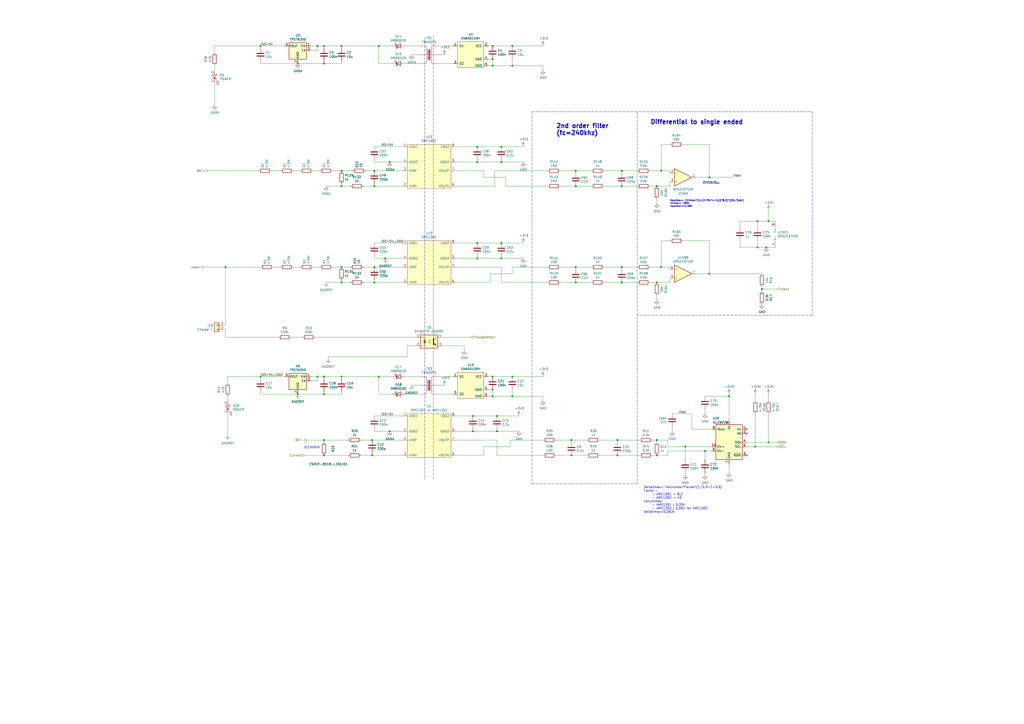
<source format=kicad_sch>
(kicad_sch (version 20250114) (generator "eeschema") (generator_version "9.0")
  (paper "A2")
  (text "Moutmax= (Vinmax*(1k/(470k*4+1k))*8.2)*(33k/5.6k)\nVinmax= 450V\nVoutmax=11.56V\n\n" (at 388.62 121.92 0) (effects (font (size 1.016 1.016) (thickness 0.2032) (bold yes)) (justify left bottom)))
  (text "0.1mOhm" (at 176.53 260.35 0) (effects (font (size 1.27 1.27)) (justify left bottom)))
  (text "note that this works\nonly for positive signals." (at 407.67 106.68 0) (effects (font (size 0.508 0.508)) (justify left bottom)))
  (text "Differential to single ended" (at 377.19 72.39 0) (effects (font (size 2.54 2.54) (thickness 0.508) (bold yes)) (justify left bottom)))
  (text "DeltaVmax= Vshuntmax*Factor*(1/3.3+1+3.3)\nFactor : \n	- AMC1301 = 8.2\n	- AMC1302 = 40\nVshuntmax:\n	- AMC1301 : 0.25V \n	- AMC1302 : 0.05V for AMC1302\nDeltaVmax=0.263V" (at 373.38 297.815 0) (effects (font (size 1.27 1.27)) (justify left bottom)))
  (text "2nd order filter\n(fc=240khz)" (at 322.58 78.74 0) (effects (font (size 2.54 2.54) (thickness 0.508) (bold yes)) (justify left bottom)))
  (junction (at 274.32 241.3))
  (junction (at 288.29 250.19))
  (junction (at 187.96 26.67))
  (junction (at 198.12 163.83))
  (junction (at 217.17 154.94))
  (junction (at 187.96 218.44))
  (junction (at 198.12 218.44))
  (junction (at 198.12 107.95))
  (junction (at 360.68 154.94))
  (junction (at 411.48 102.87))
  (junction (at 290.83 85.09))
  (junction (at 381 264.16))
  (junction (at 274.32 250.19))
  (junction (at 219.71 26.67))
  (junction (at 290.83 93.98))
  (junction (at 130.81 154.94))
  (junction (at 285.75 38.1))
  (junction (at 187.96 264.16))
  (junction (at 217.17 107.95))
  (junction (at 285.75 26.67))
  (junction (at 358.14 255.27))
  (junction (at 411.48 158.75))
  (junction (at 226.06 250.19))
  (junction (at 184.15 26.67))
  (junction (at 187.96 36.83))
  (junction (at 285.75 226.06))
  (junction (at 198.12 99.06))
  (junction (at 381 163.83))
  (junction (at 444.5 143.51))
  (junction (at 184.15 218.44))
  (junction (at 334.01 107.95))
  (junction (at 445.77 128.27))
  (junction (at 334.01 163.83))
  (junction (at 217.17 99.06))
  (junction (at 334.01 99.06))
  (junction (at 172.72 36.83))
  (junction (at 276.86 93.98))
  (junction (at 360.68 107.95))
  (junction (at 360.68 99.06))
  (junction (at 397.51 259.08))
  (junction (at 198.12 154.94))
  (junction (at 445.77 256.54))
  (junction (at 285.75 229.87))
  (junction (at 215.9 255.27))
  (junction (at 381 107.95))
  (junction (at 438.15 259.08))
  (junction (at 297.18 26.67))
  (junction (at 383.54 154.94))
  (junction (at 219.71 218.44))
  (junction (at 290.83 149.86))
  (junction (at 172.72 228.6))
  (junction (at 276.86 140.97))
  (junction (at 276.86 149.86))
  (junction (at 297.18 229.87))
  (junction (at 151.13 218.44))
  (junction (at 297.18 218.44))
  (junction (at 331.47 255.27))
  (junction (at 215.9 264.16))
  (junction (at 381 255.27))
  (junction (at 187.96 228.6))
  (junction (at 290.83 140.97))
  (junction (at 217.17 163.83))
  (junction (at 198.12 26.67))
  (junction (at 276.86 85.09))
  (junction (at 331.47 264.16))
  (junction (at 383.54 99.06))
  (junction (at 358.14 264.16))
  (junction (at 334.01 154.94))
  (junction (at 226.06 93.98))
  (junction (at 151.13 26.67))
  (junction (at 439.42 143.51))
  (junction (at 441.96 167.64))
  (junction (at 285.75 218.44))
  (junction (at 422.91 229.87))
  (junction (at 439.42 128.27))
  (junction (at 297.18 38.1))
  (junction (at 223.52 149.86))
  (junction (at 360.68 163.83))
  (junction (at 187.96 255.27))
  (junction (at 285.75 34.29))
  (junction (at 288.29 241.3))
  (junction (at 408.94 261.62))
  (no_connect (at 433.07 251.46))
  (no_connect (at 433.07 248.92))
  (no_connect (at 433.07 264.16))
  (wire (pts (xy 422.91 269.24) (xy 422.91 274.32)))
  (wire (pts (xy 389.89 240.03) (xy 401.32 240.03)))
  (wire (pts (xy 264.16 154.94) (xy 290.83 154.94)))
  (wire (pts (xy 293.37 107.95) (xy 317.5 107.95)))
  (wire (pts (xy 290.83 85.09) (xy 303.53 85.09)))
  (wire (pts (xy 264.16 107.95) (xy 287.02 107.95)))
  (wire (pts (xy 217.17 250.19) (xy 217.17 248.92)))
  (wire (pts (xy 287.02 99.06) (xy 317.5 99.06)))
  (wire (pts (xy 347.98 264.16) (xy 358.14 264.16)))
  (wire (pts (xy 445.77 240.03) (xy 445.77 256.54)))
  (wire (pts (xy 288.29 264.16) (xy 314.96 264.16)))
  (wire (pts (xy 130.81 188.595) (xy 130.81 154.94)))
  (wire (pts (xy 403.86 102.87) (xy 411.48 102.87)))
  (wire (pts (xy 381 163.83) (xy 377.19 163.83)))
  (wire (pts (xy 411.48 139.7) (xy 411.48 158.75)))
  (wire (pts (xy 288.29 241.3) (xy 300.99 241.3)))
  (wire (pts (xy 284.48 158.75) (xy 297.18 158.75)))
  (wire (pts (xy 217.17 163.83) (xy 217.17 162.56)))
  (wire (pts (xy 118.11 154.94) (xy 130.81 154.94)))
  (wire (pts (xy 276.86 93.98) (xy 290.83 93.98)))
  (wire (pts (xy 397.51 266.7) (xy 397.51 259.08)))
  (wire (pts (xy 429.26 139.7) (xy 429.26 143.51)))
  (wire (pts (xy 358.14 256.54) (xy 358.14 255.27)))
  (wire (pts (xy 198.12 219.71) (xy 198.12 218.44)))
  (wire (pts (xy 234.95 36.83) (xy 243.84 36.83)))
  (wire (pts (xy 280.67 264.16) (xy 264.16 264.16)))
  (wire (pts (xy 158.75 154.94) (xy 162.56 154.94)))
  (wire (pts (xy 132.08 240.03) (xy 132.08 252.73)))
  (wire (pts (xy 387.35 255.27) (xy 387.35 259.08)))
  (wire (pts (xy 151.13 228.6) (xy 172.72 228.6)))
  (wire (pts (xy 445.77 128.27) (xy 449.58 128.27)))
  (wire (pts (xy 342.9 163.83) (xy 334.01 163.83)))
  (wire (pts (xy 381 255.27) (xy 387.35 255.27)))
  (wire (pts (xy 334.01 156.21) (xy 334.01 154.94)))
  (wire (pts (xy 369.57 107.95) (xy 360.68 107.95)))
  (wire (pts (xy 369.57 163.83) (xy 360.68 163.83)))
  (wire (pts (xy 439.42 132.08) (xy 439.42 128.27)))
  (wire (pts (xy 217.17 93.98) (xy 217.17 92.71)))
  (wire (pts (xy 187.96 26.67) (xy 198.12 26.67)))
  (wire (pts (xy 190.5 207.01) (xy 236.22 207.01)))
  (wire (pts (xy 350.52 107.95) (xy 360.68 107.95)))
  (wire (pts (xy 408.94 261.62) (xy 412.75 261.62)))
  (wire (pts (xy 297.18 26.67) (xy 314.96 26.67)))
  (wire (pts (xy 360.68 154.94) (xy 369.57 154.94)))
  (wire (pts (xy 290.83 163.83) (xy 317.5 163.83)))
  (wire (pts (xy 331.47 256.54) (xy 331.47 255.27)))
  (wire (pts (xy 180.34 29.21) (xy 184.15 29.21)))
  (wire (pts (xy 215.9 264.16) (xy 209.55 264.16)))
  (wire (pts (xy 234.95 228.6) (xy 243.84 228.6)))
  (wire (pts (xy 236.22 200.66) (xy 236.22 207.01)))
  (wire (pts (xy 124.46 26.67) (xy 124.46 30.48)))
  (wire (pts (xy 254 36.83) (xy 262.89 36.83)))
  (wire (pts (xy 217.17 107.95) (xy 217.17 106.68)))
  (wire (pts (xy 172.72 228.6) (xy 187.96 228.6)))
  (wire (pts (xy 290.83 154.94) (xy 290.83 163.83)))
  (wire (pts (xy 293.37 102.87) (xy 293.37 107.95)))
  (wire (pts (xy 397.51 274.32) (xy 397.51 275.59)))
  (wire (pts (xy 290.83 93.98) (xy 290.83 92.71)))
  (wire (pts (xy 334.01 154.94) (xy 325.12 154.94)))
  (wire (pts (xy 264.16 140.97) (xy 276.86 140.97)))
  (wire (pts (xy 151.13 26.67) (xy 165.1 26.67)))
  (wire (pts (xy 157.48 99.06) (xy 162.56 99.06)))
  (wire (pts (xy 438.15 240.03) (xy 438.15 259.08)))
  (wire (pts (xy 370.84 264.16) (xy 358.14 264.16)))
  (wire (pts (xy 172.72 36.83) (xy 187.96 36.83)))
  (wire (pts (xy 215.9 262.89) (xy 215.9 264.16)))
  (wire (pts (xy 342.9 107.95) (xy 334.01 107.95)))
  (wire (pts (xy 401.32 240.03) (xy 401.32 248.92)))
  (wire (pts (xy 187.96 227.33) (xy 187.96 228.6)))
  (wire (pts (xy 151.13 219.71) (xy 151.13 218.44)))
  (wire (pts (xy 358.14 255.27) (xy 347.98 255.27)))
  (wire (pts (xy 340.36 264.16) (xy 331.47 264.16)))
  (wire (pts (xy 264.16 149.86) (xy 276.86 149.86)))
  (wire (pts (xy 151.13 218.44) (xy 132.08 218.44)))
  (wire (pts (xy 175.26 195.58) (xy 168.91 195.58)))
  (wire (pts (xy 288.29 250.19) (xy 300.99 250.19)))
  (wire (pts (xy 233.68 163.83) (xy 217.17 163.83)))
  (wire (pts (xy 383.54 99.06) (xy 388.62 99.06)))
  (wire (pts (xy 151.13 227.33) (xy 151.13 228.6)))
  (wire (pts (xy 130.81 154.94) (xy 151.13 154.94)))
  (wire (pts (xy 314.96 229.87) (xy 314.96 232.41)))
  (wire (pts (xy 297.18 154.94) (xy 317.5 154.94)))
  (wire (pts (xy 264.16 93.98) (xy 276.86 93.98)))
  (wire (pts (xy 285.75 26.67) (xy 297.18 26.67)))
  (wire (pts (xy 181.61 154.94) (xy 185.42 154.94)))
  (wire (pts (xy 388.62 154.94) (xy 388.62 156.21)))
  (wire (pts (xy 283.21 226.06) (xy 285.75 226.06)))
  (wire (pts (xy 187.96 256.54) (xy 187.96 255.27)))
  (wire (pts (xy 445.77 228.6) (xy 445.77 232.41)))
  (wire (pts (xy 130.81 195.58) (xy 161.29 195.58)))
  (wire (pts (xy 396.24 83.82) (xy 411.48 83.82)))
  (wire (pts (xy 273.05 195.58) (xy 256.54 195.58)))
  (wire (pts (xy 411.48 102.87) (xy 425.45 102.87)))
  (wire (pts (xy 429.26 132.08) (xy 429.26 128.27)))
  (wire (pts (xy 297.18 229.87) (xy 314.96 229.87)))
  (wire (pts (xy 383.54 154.94) (xy 388.62 154.94)))
  (wire (pts (xy 170.18 99.06) (xy 173.99 99.06)))
  (wire (pts (xy 285.75 34.29) (xy 285.75 38.1)))
  (wire (pts (xy 287.02 107.95) (xy 287.02 99.06)))
  (wire (pts (xy 383.54 83.82) (xy 383.54 99.06)))
  (wire (pts (xy 198.12 99.06) (xy 204.47 99.06)))
  (wire (pts (xy 180.34 220.98) (xy 184.15 220.98)))
  (wire (pts (xy 276.86 92.71) (xy 276.86 93.98)))
  (wire (pts (xy 283.21 34.29) (xy 285.75 34.29)))
  (wire (pts (xy 297.18 226.06) (xy 297.18 229.87)))
  (polyline (pts (xy 471.17 182.88) (xy 369.57 182.88)) (stroke (width 0) (type dash)))
  (wire (pts (xy 233.68 250.19) (xy 226.06 250.19)))
  (wire (pts (xy 227.33 36.83) (xy 219.71 36.83)))
  (wire (pts (xy 334.01 99.06) (xy 342.9 99.06)))
  (wire (pts (xy 433.07 256.54) (xy 445.77 256.54)))
  (polyline (pts (xy 369.57 64.77) (xy 369.57 280.67)) (stroke (width 0) (type dash)))
  (wire (pts (xy 388.62 163.83) (xy 381 163.83)))
  (wire (pts (xy 388.62 161.29) (xy 388.62 163.83)))
  (wire (pts (xy 290.83 93.98) (xy 303.53 93.98)))
  (wire (pts (xy 124.46 48.26) (xy 124.46 60.96)))
  (wire (pts (xy 331.47 264.16) (xy 322.58 264.16)))
  (wire (pts (xy 264.16 163.83) (xy 284.48 163.83)))
  (wire (pts (xy 187.96 219.71) (xy 187.96 218.44)))
  (wire (pts (xy 388.62 107.95) (xy 381 107.95)))
  (wire (pts (xy 198.12 26.67) (xy 219.71 26.67)))
  (wire (pts (xy 401.32 248.92) (xy 412.75 248.92)))
  (wire (pts (xy 193.04 154.94) (xy 198.12 154.94)))
  (wire (pts (xy 276.86 140.97) (xy 290.83 140.97)))
  (wire (pts (xy 285.75 229.87) (xy 283.21 229.87)))
  (wire (pts (xy 132.08 229.87) (xy 132.08 232.41)))
  (wire (pts (xy 350.52 163.83) (xy 360.68 163.83)))
  (wire (pts (xy 182.88 195.58) (xy 241.3 195.58)))
  (wire (pts (xy 180.34 26.67) (xy 184.15 26.67)))
  (wire (pts (xy 377.19 99.06) (xy 383.54 99.06)))
  (wire (pts (xy 264.16 255.27) (xy 288.29 255.27)))
  (wire (pts (xy 236.22 200.66) (xy 241.3 200.66)))
  (wire (pts (xy 297.18 38.1) (xy 314.96 38.1)))
  (wire (pts (xy 403.86 158.75) (xy 411.48 158.75)))
  (wire (pts (xy 184.15 26.67) (xy 187.96 26.67)))
  (polyline (pts (xy 246.38 21.59) (xy 246.38 278.13)) (stroke (width 0) (type dash)))
  (wire (pts (xy 217.17 163.83) (xy 210.82 163.83)))
  (wire (pts (xy 151.13 26.67) (xy 124.46 26.67)))
  (wire (pts (xy 217.17 149.86) (xy 223.52 149.86)))
  (wire (pts (xy 396.24 139.7) (xy 411.48 139.7)))
  (wire (pts (xy 381 264.16) (xy 387.35 264.16)))
  (wire (pts (xy 198.12 35.56) (xy 198.12 36.83)))
  (wire (pts (xy 422.91 228.6) (xy 422.91 229.87)))
  (wire (pts (xy 198.12 27.94) (xy 198.12 26.67)))
  (wire (pts (xy 198.12 218.44) (xy 219.71 218.44)))
  (wire (pts (xy 233.68 93.98) (xy 226.06 93.98)))
  (wire (pts (xy 198.12 154.94) (xy 203.2 154.94)))
  (wire (pts (xy 283.21 26.67) (xy 285.75 26.67)))
  (wire (pts (xy 233.68 264.16) (xy 215.9 264.16)))
  (wire (pts (xy 360.68 99.06) (xy 350.52 99.06)))
  (wire (pts (xy 151.13 35.56) (xy 151.13 36.83)))
  (wire (pts (xy 234.95 218.44) (xy 243.84 218.44)))
  (wire (pts (xy 243.84 31.75) (xy 238.76 31.75)))
  (wire (pts (xy 219.71 218.44) (xy 219.71 228.6)))
  (wire (pts (xy 408.94 229.87) (xy 422.91 229.87)))
  (wire (pts (xy 226.06 93.98) (xy 217.17 93.98)))
  (wire (pts (xy 325.12 107.95) (xy 334.01 107.95)))
  (polyline (pts (xy 471.17 64.77) (xy 471.17 182.88)) (stroke (width 0) (type dash)))
  (wire (pts (xy 387.35 259.08) (xy 397.51 259.08)))
  (wire (pts (xy 439.42 143.51) (xy 444.5 143.51)))
  (wire (pts (xy 170.18 154.94) (xy 173.99 154.94)))
  (wire (pts (xy 276.86 149.86) (xy 290.83 149.86)))
  (wire (pts (xy 210.82 154.94) (xy 217.17 154.94)))
  (wire (pts (xy 283.21 218.44) (xy 285.75 218.44)))
  (wire (pts (xy 285.75 38.1) (xy 283.21 38.1)))
  (wire (pts (xy 360.68 100.33) (xy 360.68 99.06)))
  (wire (pts (xy 445.77 256.54) (xy 450.85 256.54)))
  (wire (pts (xy 381 107.95) (xy 377.19 107.95)))
  (wire (pts (xy 439.42 139.7) (xy 439.42 143.51)))
  (wire (pts (xy 422.91 229.87) (xy 422.91 243.84)))
  (wire (pts (xy 438.15 228.6) (xy 438.15 232.41)))
  (wire (pts (xy 280.67 259.08) (xy 280.67 264.16)))
  (wire (pts (xy 388.62 83.82) (xy 383.54 83.82)))
  (wire (pts (xy 120.65 99.06) (xy 149.86 99.06)))
  (wire (pts (xy 201.93 264.16) (xy 187.96 264.16)))
  (wire (pts (xy 233.68 107.95) (xy 217.17 107.95)))
  (wire (pts (xy 411.48 83.82) (xy 411.48 102.87)))
  (wire (pts (xy 285.75 229.87) (xy 297.18 229.87)))
  (wire (pts (xy 233.68 85.09) (xy 217.17 85.09)))
  (wire (pts (xy 450.85 167.64) (xy 441.96 167.64)))
  (wire (pts (xy 274.32 250.19) (xy 288.29 250.19)))
  (wire (pts (xy 444.5 143.51) (xy 449.58 143.51)))
  (wire (pts (xy 184.15 220.98) (xy 184.15 218.44)))
  (wire (pts (xy 209.55 255.27) (xy 215.9 255.27)))
  (wire (pts (xy 243.84 223.52) (xy 238.76 223.52)))
  (wire (pts (xy 439.42 128.27) (xy 445.77 128.27)))
  (wire (pts (xy 187.96 35.56) (xy 187.96 36.83)))
  (wire (pts (xy 124.46 38.1) (xy 124.46 40.64)))
  (wire (pts (xy 325.12 163.83) (xy 334.01 163.83)))
  (wire (pts (xy 408.94 261.62) (xy 408.94 266.7)))
  (wire (pts (xy 408.94 274.32) (xy 408.94 275.59)))
  (wire (pts (xy 254 26.67) (xy 262.89 26.67)))
  (wire (pts (xy 219.71 218.44) (xy 227.33 218.44)))
  (wire (pts (xy 358.14 255.27) (xy 370.84 255.27)))
  (wire (pts (xy 314.96 255.27) (xy 295.91 255.27)))
  (wire (pts (xy 254 31.75) (xy 257.81 31.75)))
  (wire (pts (xy 429.26 143.51) (xy 439.42 143.51)))
  (wire (pts (xy 433.07 259.08) (xy 438.15 259.08)))
  (wire (pts (xy 276.86 148.59) (xy 276.86 149.86)))
  (wire (pts (xy 360.68 99.06) (xy 369.57 99.06)))
  (wire (pts (xy 429.26 128.27) (xy 439.42 128.27)))
  (wire (pts (xy 198.12 107.95) (xy 203.2 107.95)))
  (wire (pts (xy 288.29 255.27) (xy 288.29 264.16)))
  (wire (pts (xy 217.17 154.94) (xy 233.68 154.94)))
  (wire (pts (xy 219.71 26.67) (xy 219.71 36.83)))
  (wire (pts (xy 189.23 163.83) (xy 198.12 163.83)))
  (wire (pts (xy 314.96 38.1) (xy 314.96 40.64)))
  (wire (pts (xy 290.83 149.86) (xy 303.53 149.86)))
  (wire (pts (xy 227.33 228.6) (xy 219.71 228.6)))
  (wire (pts (xy 360.68 156.21) (xy 360.68 154.94)))
  (wire (pts (xy 187.96 264.16) (xy 176.53 264.16)))
  (wire (pts (xy 285.75 226.06) (xy 285.75 229.87)))
  (wire (pts (xy 274.32 241.3) (xy 288.29 241.3)))
  (wire (pts (xy 269.24 200.66) (xy 269.24 203.2)))
  (wire (pts (xy 297.18 158.75) (xy 297.18 154.94)))
  (wire (pts (xy 181.61 99.06) (xy 185.42 99.06)))
  (wire (pts (xy 264.16 99.06) (xy 280.67 99.06)))
  (wire (pts (xy 233.68 241.3) (xy 217.17 241.3)))
  (wire (pts (xy 219.71 26.67) (xy 227.33 26.67)))
  (wire (pts (xy 187.96 36.83) (xy 198.12 36.83)))
  (wire (pts (xy 177.8 255.27) (xy 187.96 255.27)))
  (wire (pts (xy 288.29 250.19) (xy 288.29 248.92)))
  (wire (pts (xy 212.09 99.06) (xy 217.17 99.06)))
  (wire (pts (xy 334.01 154.94) (xy 342.9 154.94)))
  (polyline (pts (xy 308.61 280.67) (xy 369.57 280.67)) (stroke (width 0) (type dash)))
  (wire (pts (xy 285.75 218.44) (xy 297.18 218.44)))
  (wire (pts (xy 233.68 140.97) (xy 217.17 140.97)))
  (wire (pts (xy 381 255.27) (xy 381 256.54)))
  (wire (pts (xy 388.62 105.41) (xy 388.62 107.95)))
  (polyline (pts (xy 251.46 20.32) (xy 251.46 278.13)) (stroke (width 0) (type dash)))
  (wire (pts (xy 132.08 218.44) (xy 132.08 222.25)))
  (wire (pts (xy 387.35 264.16) (xy 387.35 261.62)))
  (polyline (pts (xy 308.61 64.77) (xy 308.61 280.67)) (stroke (width 0) (type dash)))
  (wire (pts (xy 193.04 99.06) (xy 198.12 99.06)))
  (wire (pts (xy 445.77 121.92) (xy 445.77 128.27)))
  (wire (pts (xy 285.75 38.1) (xy 297.18 38.1)))
  (wire (pts (xy 190.5 207.01) (xy 190.5 208.28)))
  (wire (pts (xy 184.15 29.21) (xy 184.15 26.67)))
  (wire (pts (xy 264.16 85.09) (xy 276.86 85.09)))
  (wire (pts (xy 280.67 102.87) (xy 293.37 102.87)))
  (wire (pts (xy 217.17 107.95) (xy 210.82 107.95)))
  (wire (pts (xy 256.54 200.66) (xy 269.24 200.66)))
  (wire (pts (xy 408.94 237.49) (xy 408.94 240.03)))
  (wire (pts (xy 397.51 259.08) (xy 412.75 259.08)))
  (wire (pts (xy 198.12 163.83) (xy 198.12 162.56)))
  (wire (pts (xy 264.16 241.3) (xy 274.32 241.3)))
  (wire (pts (xy 187.96 228.6) (xy 198.12 228.6)))
  (wire (pts (xy 187.96 218.44) (xy 198.12 218.44)))
  (wire (pts (xy 151.13 36.83) (xy 172.72 36.83)))
  (wire (pts (xy 389.89 247.65) (xy 389.89 250.19)))
  (wire (pts (xy 198.12 107.95) (xy 198.12 106.68)))
  (wire (pts (xy 388.62 139.7) (xy 383.54 139.7)))
  (wire (pts (xy 295.91 255.27) (xy 295.91 259.08)))
  (wire (pts (xy 233.68 255.27) (xy 215.9 255.27)))
  (wire (pts (xy 334.01 99.06) (xy 325.12 99.06)))
  (wire (pts (xy 217.17 149.86) (xy 217.17 148.59)))
  (wire (pts (xy 198.12 227.33) (xy 198.12 228.6)))
  (wire (pts (xy 331.47 255.27) (xy 322.58 255.27)))
  (wire (pts (xy 280.67 99.06) (xy 280.67 102.87)))
  (wire (pts (xy 274.32 248.92) (xy 274.32 250.19)))
  (wire (pts (xy 130.81 191.135) (xy 130.81 195.58)))
  (wire (pts (xy 378.46 264.16) (xy 381 264.16)))
  (wire (pts (xy 254 218.44) (xy 262.89 218.44)))
  (wire (pts (xy 151.13 218.44) (xy 165.1 218.44)))
  (wire (pts (xy 254 228.6) (xy 262.89 228.6)))
  (wire (pts (xy 284.48 163.83) (xy 284.48 158.75)))
  (wire (pts (xy 290.83 140.97) (xy 303.53 140.97)))
  (wire (pts (xy 381 115.57) (xy 381 118.11)))
  (wire (pts (xy 377.19 154.94) (xy 383.54 154.94)))
  (wire (pts (xy 187.96 255.27) (xy 201.93 255.27)))
  (wire (pts (xy 360.68 154.94) (xy 350.52 154.94)))
  (wire (pts (xy 334.01 100.33) (xy 334.01 99.06)))
  (wire (pts (xy 381 171.45) (xy 381 173.99)))
  (wire (pts (xy 187.96 27.94) (xy 187.96 26.67)))
  (wire (pts (xy 264.16 250.19) (xy 274.32 250.19)))
  (wire (pts (xy 295.91 259.08) (xy 280.67 259.08)))
  (wire (pts (xy 441.96 167.64) (xy 441.96 166.37)))
  (wire (pts (xy 189.23 107.95) (xy 198.12 107.95)))
  (wire (pts (xy 223.52 149.86) (xy 233.68 149.86)))
  (wire (pts (xy 276.86 85.09) (xy 290.83 85.09)))
  (wire (pts (xy 297.18 218.44) (xy 314.96 218.44)))
  (wire (pts (xy 438.15 259.08) (xy 450.85 259.08)))
  (wire (pts (xy 151.13 27.94) (xy 151.13 26.67)))
  (wire (pts (xy 331.47 255.27) (xy 340.36 255.27)))
  (wire (pts (xy 254 223.52) (xy 257.81 223.52)))
  (wire (pts (xy 408.94 261.62) (xy 387.35 261.62)))
  (polyline (pts (xy 308.61 64.77) (xy 471.17 64.77)) (stroke (width 0) (type dash)))
  (wire (pts (xy 217.17 99.06) (xy 233.68 99.06)))
  (wire (pts (xy 441.96 168.91) (xy 441.96 167.64)))
  (wire (pts (xy 378.46 255.27) (xy 381 255.27)))
  (wire (pts (xy 184.15 218.44) (xy 187.96 218.44)))
  (wire (pts (xy 290.83 149.86) (xy 290.83 148.59)))
  (wire (pts (xy 226.06 250.19) (xy 217.17 250.19)))
  (wire (pts (xy 234.95 26.67) (xy 243.84 26.67)))
  (wire (pts (xy 383.54 139.7) (xy 383.54 154.94)))
  (wire (pts (xy 411.48 158.75) (xy 441.96 158.75)))
  (wire (pts (xy 198.12 163.83) (xy 203.2 163.83)))
  (wire (pts (xy 180.34 218.44) (xy 184.15 218.44)))
  (wire (pts (xy 388.62 99.06) (xy 388.62 100.33)))
  (wire (pts (xy 297.18 34.29) (xy 297.18 38.1)))
  (label "ISO+5V_LOAD" (at 151.13 218.44 0))
  (label "ISO+5V" (at 220.98 85.09 0))
  (label "ISO+5V" (at 151.13 26.67 0))
  (label "Vbat" (at 425.45 102.87 0))
  (label "ISO+5V" (at 220.98 241.3 0))
  (label "ISO+5V_LOAD" (at 220.98 140.97 0))
  (label "Vbat" (at 393.7 240.03 0))
  (hierarchical_label "Current" (shape input) (at 176.53 264.16 180))
  (hierarchical_label "SDA" (shape input) (at 450.85 256.54 0))
  (hierarchical_label "Load+" (shape input) (at 118.11 154.94 180))
  (hierarchical_label "BAT-" (shape input) (at 177.8 255.27 180))
  (hierarchical_label "Vpack" (shape input) (at 450.85 167.64 0))
  (hierarchical_label "SCL" (shape input) (at 450.85 259.08 0))
  (hierarchical_label "BAT+" (shape input) (at 120.65 99.06 180))
  (hierarchical_label "ChargeDetect" (shape input) (at 273.05 195.58 0))
  (symbol (lib_id "Device:R") (at 373.38 107.95 90) (unit 1)
    (property "Reference" "R156" (at 373.38 102.6922 90))
    (property "Value" "5.6k" (at 373.38 105.0036 90))
    (property "Footprint" "Resistor_SMD:R_0603_1608Metric" (effects (hide yes)))
    (property "MPN" "RC0603JR-075K6L" (effects (hide yes)))
  )
  (symbol (lib_id "Device:R") (at 392.43 83.82 90) (unit 1)
    (property "Reference" "R164" (at 392.43 78.5622 90))
    (property "Value" "33K" (at 392.43 80.8736 90))
    (property "Footprint" "Resistor_SMD:R_0603_1608Metric" (effects (hide yes)))
    (property "MPN" "RC0603FR-0733KL" (effects (hide yes)))
  )
  (symbol (lib_id "Device:R") (at 381 111.76 0) (unit 1)
    (property "Reference" "R160" (at 386.2578 111.76 90))
    (property "Value" "33K" (at 383.9464 111.76 90))
    (property "Footprint" "Resistor_SMD:R_0603_1608Metric" (effects (hide yes)))
    (property "MPN" "RC0603FR-0733KL" (effects (hide yes)))
  )
  (symbol (lib_id "power:GND") (at 381 118.11 0) (unit 1)
    (property "Reference" "#PWR0207" (effects (hide yes)))
    (property "Value" "GND" (at 381.127 122.5042 0))
  )
  (symbol (lib_id "BMS-Master-rescue:R-Device-BMS-Master-rescue") (at 189.23 154.94 90) (unit 1)
    (property "Reference" "R126" (at 188.0616 153.162 0) (effects (justify left)))
    (property "Value" "470K" (at 190.373 153.162 0) (effects (justify left)))
    (property "Footprint" "Resistor_SMD:R_1206_3216Metric" (effects (hide yes)))
    (property "MPN" "RC1206FR-07470KL" (effects (hide yes)))
    (instances (project "" (path "" (reference "R?") (unit 1)) (path "" (reference "R126") (unit 1))))
  )
  (symbol (lib_id "Device:C") (at 217.17 158.75 0) (unit 1)
    (property "Reference" "C50" (at 220.091 157.5816 0) (effects (justify left)))
    (property "Value" "330p" (at 220.091 159.893 0) (effects (justify left)))
    (property "Footprint" "Capacitor_SMD:C_0603_1608Metric" (effects (hide yes)))
    (property "MPN" "CL10B331KB8NNNC" (effects (hide yes)))
  )
  (symbol (lib_id "ENNOID:AMC1301") (at 248.92 152.4 0) (unit 1)
    (property "Reference" "U13" (at 248.92 135.255 0))
    (property "Value" "AMC1301" (at 248.92 137.5664 0))
    (property "Footprint" "Housings_SOIC:SSO-8_6.8x5.9mm_Pitch1.27mm_Clearance8mm" (effects (hide yes)))
    (property "MPN" "AMC1301DWV" (effects (hide yes)))
  )
  (symbol (lib_id "Device:R") (at 198.12 158.75 0) (unit 1)
    (property "Reference" "R130" (at 199.898 157.5816 0) (effects (justify left)))
    (property "Value" "1k" (at 199.898 159.893 0) (effects (justify left)))
    (property "Footprint" "Resistor_SMD:R_0603_1608Metric" (effects (hide yes)))
    (property "MPN" "MCR03EZPFX1001" (effects (hide yes)))
  )
  (symbol (lib_id "Device:R") (at 207.01 163.83 270) (unit 1)
    (property "Reference" "R133" (at 207.01 158.5722 90))
    (property "Value" "1k" (at 207.01 160.8836 90))
    (property "Footprint" "Resistor_SMD:R_0603_1608Metric" (effects (hide yes)))
    (property "MPN" "MCR03EZPFX1001" (effects (hide yes)))
  )
  (symbol (lib_id "Device:C") (at 276.86 144.78 0) (unit 1)
    (property "Reference" "C59" (at 279.781 143.6116 0) (effects (justify left)))
    (property "Value" "100n" (at 279.781 145.923 0) (effects (justify left)))
    (property "Footprint" "Capacitor_SMD:C_0603_1608Metric" (effects (hide yes)))
    (property "MPN" "GRM188R71E104KA01D" (effects (hide yes)))
  )
  (symbol (lib_id "Device:C") (at 290.83 144.78 0) (unit 1)
    (property "Reference" "C63" (at 293.751 143.6116 0) (effects (justify left)))
    (property "Value" "2.2u" (at 293.751 145.923 0) (effects (justify left)))
    (property "Footprint" "Capacitor_SMD:C_0603_1608Metric" (effects (hide yes)))
    (property "MPN" "GRM188R61A225KE34D" (effects (hide yes)))
  )
  (symbol (lib_id "power:GND") (at 303.53 149.86 0) (unit 1)
    (property "Reference" "#PWR0209" (effects (hide yes)))
    (property "Value" "GND" (at 303.657 154.2542 0))
  )
  (symbol (lib_id "Device:C") (at 217.17 144.78 0) (unit 1)
    (property "Reference" "C53" (at 220.091 143.6116 0) (effects (justify left)))
    (property "Value" "100n" (at 220.091 145.923 0) (effects (justify left)))
    (property "Footprint" "Capacitor_SMD:C_0603_1608Metric" (effects (hide yes)))
    (property "MPN" "GRM188R71E104KA01D" (effects (hide yes)))
  )
  (symbol (lib_id "Device:R") (at 321.31 154.94 270) (unit 1)
    (property "Reference" "R144" (at 321.31 149.6822 90))
    (property "Value" "100" (at 321.31 151.9936 90))
    (property "Footprint" "Resistor_SMD:R_0603_1608Metric" (effects (hide yes)))
    (property "MPN" "RC0603FR-07100RL" (effects (hide yes)))
  )
  (symbol (lib_id "Device:R") (at 321.31 163.83 270) (unit 1)
    (property "Reference" "R145" (at 321.31 158.5722 90))
    (property "Value" "100" (at 321.31 160.8836 90))
    (property "Footprint" "Resistor_SMD:R_0603_1608Metric" (effects (hide yes)))
    (property "MPN" "RC0603FR-07100RL" (effects (hide yes)))
  )
  (symbol (lib_id "Device:C") (at 334.01 160.02 0) (unit 1)
    (property "Reference" "C66" (at 336.931 158.8516 0) (effects (justify left)))
    (property "Value" "2.2n" (at 336.931 161.163 0) (effects (justify left)))
    (property "Footprint" "Capacitor_SMD:C_0603_1608Metric" (effects (hide yes)))
    (property "MPN" "GRM1885C1H222JA01D" (effects (hide yes)))
  )
  (symbol (lib_id "Device:R") (at 346.71 154.94 90) (unit 1)
    (property "Reference" "R150" (at 346.71 149.6822 90))
    (property "Value" "1k" (at 346.71 151.9936 90))
    (property "Footprint" "Resistor_SMD:R_0603_1608Metric" (effects (hide yes)))
    (property "MPN" "MCR03EZPFX1001" (effects (hide yes)))
  )
  (symbol (lib_id "Device:R") (at 346.71 163.83 90) (unit 1)
    (property "Reference" "R151" (at 346.71 158.5722 90))
    (property "Value" "1k" (at 346.71 160.8836 90))
    (property "Footprint" "Resistor_SMD:R_0603_1608Metric" (effects (hide yes)))
    (property "MPN" "MCR03EZPFX1001" (effects (hide yes)))
  )
  (symbol (lib_id "Device:C") (at 360.68 160.02 0) (unit 1)
    (property "Reference" "C69" (at 363.601 158.8516 0) (effects (justify left)))
    (property "Value" "220p" (at 363.601 161.163 0) (effects (justify left)))
    (property "Footprint" "Capacitor_SMD:C_0603_1608Metric" (effects (hide yes)))
    (property "MPN" "GRM1555C1H221JA01D" (effects (hide yes)))
  )
  (symbol (lib_id "Device:R") (at 373.38 154.94 90) (unit 1)
    (property "Reference" "R157" (at 373.38 149.6822 90))
    (property "Value" "5.6k" (at 373.38 151.9936 90))
    (property "Footprint" "Resistor_SMD:R_0603_1608Metric" (effects (hide yes)))
    (property "MPN" "RC0603JR-075K6L" (effects (hide yes)))
  )
  (symbol (lib_id "Device:R") (at 373.38 163.83 90) (unit 1)
    (property "Reference" "R158" (at 373.38 158.5722 90))
    (property "Value" "5.6k" (at 373.38 160.8836 90))
    (property "Footprint" "Resistor_SMD:R_0603_1608Metric" (effects (hide yes)))
    (property "MPN" "RC0603JR-075K6L" (effects (hide yes)))
  )
  (symbol (lib_id "Device:R") (at 392.43 139.7 90) (unit 1)
    (property "Reference" "R165" (at 392.43 134.4422 90))
    (property "Value" "33K" (at 392.43 136.7536 90))
    (property "Footprint" "Resistor_SMD:R_0603_1608Metric" (effects (hide yes)))
    (property "MPN" "RC0603FR-0733KL" (effects (hide yes)))
  )
  (symbol (lib_id "Device:R") (at 381 167.64 0) (unit 1)
    (property "Reference" "R161" (at 386.2578 167.64 90))
    (property "Value" "33K" (at 383.9464 167.64 90))
    (property "Footprint" "Resistor_SMD:R_0603_1608Metric" (effects (hide yes)))
    (property "MPN" "RC0603FR-0733KL" (effects (hide yes)))
  )
  (symbol (lib_id "power:GND") (at 381 173.99 0) (unit 1)
    (property "Reference" "#PWR0210" (effects (hide yes)))
    (property "Value" "GND" (at 381.127 178.3842 0))
  )
  (symbol (lib_id "Amplifier_Operational:OPA2376xxD") (at 396.24 158.75 0) (mirror x) (unit 2)
    (property "Reference" "U15B" (at 396.24 149.4282 0))
    (property "Value" "OPA2197IDR" (at 396.24 151.7396 0))
    (property "Footprint" "Housings_SOIC:SOIC-8_3.9x4.9mm_Pitch1.27mm" (effects (hide yes)))
    (property "Datasheet" "http://www.ti.com/lit/ds/symlink/opa376.pdf" (effects (hide yes)))
    (property "MPN" "OPA2197IDR" (effects (hide yes)))
  )
  (symbol (lib_id "Transformer:TRANSF5") (at 248.92 31.75 0) (unit 1)
    (property "Reference" "TR1" (at 248.92 22.0726 0))
    (property "Value" "TRANSF5" (at 248.92 24.384 0))
    (property "Footprint" "ENNOID:WURTH-760390014" (effects (hide yes)))
    (property "MPN" "760390014" (effects (hide yes)))
  )
  (symbol (lib_id "Device:C") (at 198.12 31.75 0) (unit 1)
    (property "Reference" "C2" (at 201.041 30.5816 0) (effects (justify left)))
    (property "Value" "10u" (at 201.041 32.893 0) (effects (justify left)))
    (property "Footprint" "Capacitor_SMD:C_0805_2012Metric" (effects (hide yes)))
    (property "MPN" "CL21A106KAYNNNE" (effects (hide yes)))
  )
  (symbol (lib_id "Device:C") (at 285.75 30.48 0) (unit 1)
    (property "Reference" "C4" (at 288.671 29.3116 0) (effects (justify left)))
    (property "Value" "100n" (at 288.671 31.623 0) (effects (justify left)))
    (property "Footprint" "Capacitor_SMD:C_0603_1608Metric" (effects (hide yes)))
    (property "MPN" "GRM188R71E104KA01D" (effects (hide yes)))
  )
  (symbol (lib_id "Regulator_Linear:TPS76350") (at 172.72 29.21 0) (mirror y) (unit 1)
    (property "Reference" "U3" (at 172.72 20.5232 0))
    (property "Value" "TPS76350" (at 172.72 22.8346 0))
    (property "Footprint" "Package_TO_SOT_SMD:SOT-23-5" (effects (hide yes)))
    (property "Datasheet" "http://www.ti.com/lit/ds/symlink/tps763.pdf" (effects (hide yes)))
    (property "MPN" "TPS76350DBVR" (effects (hide yes)))
  )
  (symbol (lib_id "Device:C") (at 297.18 30.48 0) (unit 1)
    (property "Reference" "C5" (at 300.101 29.3116 0) (effects (justify left)))
    (property "Value" "10u" (at 300.101 31.623 0) (effects (justify left)))
    (property "Footprint" "Capacitor_SMD:C_0603_1608Metric" (effects (hide yes)))
    (property "MPN" "CL10A106MQ8NNNC" (effects (hide yes)))
  )
  (symbol (lib_id "Device:C") (at 187.96 31.75 0) (unit 1)
    (property "Reference" "C3" (at 190.881 30.5816 0) (effects (justify left)))
    (property "Value" "100n" (at 190.881 32.893 0) (effects (justify left)))
    (property "Footprint" "Capacitor_SMD:C_0603_1608Metric" (effects (hide yes)))
    (property "MPN" "GRM188R71E104KA01D" (effects (hide yes)))
  )
  (symbol (lib_id "Amplifier_Operational:OPA2376xxD") (at 452.12 135.89 0) (unit 3)
    (property "Reference" "U15C" (at 451.0532 134.7216 0) (effects (justify left)))
    (property "Value" "OPA2197IDR" (at 451.0532 137.033 0) (effects (justify left)))
    (property "Footprint" "Housings_SOIC:SOIC-8_3.9x4.9mm_Pitch1.27mm" (effects (hide yes)))
    (property "Datasheet" "http://www.ti.com/lit/ds/symlink/opa376.pdf" (effects (hide yes)))
    (property "MPN" "OPA2197IDR" (effects (hide yes)))
  )
  (symbol (lib_id "power:+3V3") (at 314.96 26.67 0) (unit 1)
    (property "Reference" "#PWR0111" (effects (hide yes)))
    (property "Value" "+3V3" (at 315.341 22.2758 0))
  )
  (symbol (lib_id "power:+3V3") (at 257.81 31.75 0) (unit 1)
    (property "Reference" "#PWR0114" (effects (hide yes)))
    (property "Value" "+3V3" (at 258.191 27.3558 0))
  )
  (symbol (lib_id "BMS-Master-rescue:INA226-Analog_ADC-BMS-Master-rescue") (at 422.91 256.54 0) (unit 1)
    (property "Reference" "U16" (at 415.29 242.57 0))
    (property "Value" "ISL28022" (at 417.83 245.11 0))
    (property "Footprint" "Housings_SSOP:MSOP-10_3x3mm_Pitch0.5mm" (effects (hide yes)))
    (property "Datasheet" "http://www.ti.com/lit/ds/symlink/ina226.pdf" (effects (hide yes)))
    (property "MPN" "ISL28022FUZ-T7A" (effects (hide yes)))
  )
  (symbol (lib_id "power:GND") (at 408.94 275.59 0) (unit 1)
    (property "Reference" "#PWR0198" (effects (hide yes)))
    (property "Value" "GND" (at 409.067 279.9842 0))
  )
  (symbol (lib_id "Device:C") (at 408.94 270.51 180) (unit 1)
    (property "Reference" "C72" (at 411.861 269.3416 0) (effects (justify right)))
    (property "Value" "100n" (at 411.861 271.653 0) (effects (justify right)))
    (property "Footprint" "Capacitor_SMD:C_0603_1608Metric" (effects (hide yes)))
    (property "MPN" "GRM188R71E104KA01D" (effects (hide yes)))
  )
  (symbol (lib_id "Device:R") (at 438.15 236.22 0) (unit 1)
    (property "Reference" "R166" (at 443.4078 236.22 90))
    (property "Value" "4.75k" (at 441.0964 236.22 90))
    (property "Footprint" "Resistor_SMD:R_0603_1608Metric" (effects (hide yes)))
    (property "MPN" "RC0603JR-074K7L" (effects (hide yes)))
  )
  (symbol (lib_id "Device:R") (at 445.77 236.22 0) (unit 1)
    (property "Reference" "R167" (at 451.0278 236.22 90))
    (property "Value" "4.75k" (at 448.7164 236.22 90))
    (property "Footprint" "Resistor_SMD:R_0603_1608Metric" (effects (hide yes)))
    (property "MPN" "RC0603JR-074K7L" (effects (hide yes)))
  )
  (symbol (lib_id "power:+3.3V") (at 438.15 228.6 0) (unit 1)
    (property "Reference" "#PWR0199" (effects (hide yes)))
    (property "Value" "+3.3V" (at 438.531 224.2058 0))
  )
  (symbol (lib_id "power:+3.3V") (at 445.77 228.6 0) (unit 1)
    (property "Reference" "#PWR0200" (effects (hide yes)))
    (property "Value" "+3.3V" (at 446.151 224.2058 0))
  )
  (symbol (lib_id "power:+3.3V") (at 422.91 228.6 0) (unit 1)
    (property "Reference" "#PWR0201" (effects (hide yes)))
    (property "Value" "+3.3V" (at 423.291 224.2058 0))
  )
  (symbol (lib_id "Device:C") (at 408.94 233.68 180) (unit 1)
    (property "Reference" "C73" (at 411.861 232.5116 0) (effects (justify right)))
    (property "Value" "100n" (at 411.861 234.823 0) (effects (justify right)))
    (property "Footprint" "Capacitor_SMD:C_0603_1608Metric" (effects (hide yes)))
    (property "MPN" "GRM188R71E104KA01D" (effects (hide yes)))
  )
  (symbol (lib_id "power:GND") (at 408.94 240.03 0) (unit 1)
    (property "Reference" "#PWR0202" (effects (hide yes)))
    (property "Value" "GND" (at 409.067 244.4242 0))
  )
  (symbol (lib_id "Isolator:SFH617A-2X009T") (at 248.92 198.12 0) (unit 1)
    (property "Reference" "U5" (at 248.92 189.865 0))
    (property "Value" "SFH617A-2X009T" (at 248.92 192.1764 0))
    (property "Footprint" "Housings_DIP:SMDIP-4_W9.53mm_Clearance8mm" (effects (hide yes)))
    (property "Datasheet" "http://www.vishay.com/docs/83740/sfh617a.pdf" (effects (hide yes)))
    (property "MPN" "SFH617A-2X009T" (effects (hide yes)))
  )
  (symbol (lib_id "Device:C") (at 389.89 243.84 0) (unit 1)
    (property "Reference" "C71" (at 386.969 245.0084 0) (effects (justify right)))
    (property "Value" "100n" (at 386.969 242.697 0) (effects (justify right)))
    (property "Footprint" "Capacitor_SMD:C_0603_1608Metric" (effects (hide yes)))
    (property "MPN" "GRM188R71E104KA01D" (effects (hide yes)))
  )
  (symbol (lib_id "power:GND") (at 389.89 250.19 0) (unit 1)
    (property "Reference" "#PWR0204" (effects (hide yes)))
    (property "Value" "GND" (at 390.017 254.5842 0))
  )
  (symbol (lib_id "Device:C") (at 439.42 135.89 0) (unit 1)
    (property "Reference" "C75" (at 442.341 134.7216 0) (effects (justify left)))
    (property "Value" "100n" (at 442.341 137.033 0) (effects (justify left)))
    (property "Footprint" "Capacitor_SMD:C_0603_1608Metric" (effects (hide yes)))
    (property "MPN" "GRM188R71E104KA01D" (effects (hide yes)))
  )
  (symbol (lib_id "power:GND") (at 444.5 143.51 0) (unit 1)
    (property "Reference" "#PWR0215" (effects (hide yes)))
    (property "Value" "GND" (at 444.627 147.9042 0))
  )
  (symbol (lib_id "power:GND") (at 314.96 40.64 0) (unit 1)
    (property "Reference" "#PWR0117" (effects (hide yes)))
    (property "Value" "GND" (at 315.087 45.0342 0))
  )
  (symbol (lib_id "power:GNDA") (at 238.76 31.75 0) (unit 1)
    (property "Reference" "#PWR0118" (effects (hide yes)))
    (property "Value" "GNDA" (at 238.887 36.1442 0))
  )
  (symbol (lib_id "Diode:MBR0520") (at 231.14 26.67 0) (unit 1)
    (property "Reference" "D14" (at 231.14 21.1836 0))
    (property "Value" "MBR0520" (at 231.14 23.495 0))
    (property "Footprint" "Diodes_SMD:D_SOD-123" (effects (hide yes)))
    (property "Datasheet" "http://www.mccsemi.com/up_pdf/MBR0520~MBR0580(SOD123).pdf" (effects (hide yes)))
    (property "MPN" "MBR0502L" (effects (hide yes)))
  )
  (symbol (lib_id "Diode:MBR0520") (at 231.14 36.83 0) (unit 1)
    (property "Reference" "D15" (at 231.14 31.3436 0))
    (property "Value" "MBR0520" (at 231.14 33.655 0))
    (property "Footprint" "Diodes_SMD:D_SOD-123" (effects (hide yes)))
    (property "Datasheet" "http://www.mccsemi.com/up_pdf/MBR0520~MBR0580(SOD123).pdf" (effects (hide yes)))
    (property "MPN" "MBR0502L" (effects (hide yes)))
  )
  (symbol (lib_id "power:GND") (at 269.24 203.2 0) (unit 1)
    (property "Reference" "#PWR0122" (effects (hide yes)))
    (property "Value" "GND" (at 269.367 207.5942 0))
  )
  (symbol (lib_id "power:GND") (at 422.91 274.32 0) (unit 1)
    (property "Reference" "#PWR0197" (effects (hide yes)))
    (property "Value" "GND" (at 423.037 278.7142 0))
  )
  (symbol (lib_id "power:+3V3") (at 303.53 85.09 0) (unit 1)
    (property "Reference" "#PWR0218" (effects (hide yes)))
    (property "Value" "+3V3" (at 303.911 80.6958 0))
  )
  (symbol (lib_id "power:+3V3") (at 303.53 140.97 0) (unit 1)
    (property "Reference" "#PWR0219" (effects (hide yes)))
    (property "Value" "+3V3" (at 303.911 136.5758 0))
  )
  (symbol (lib_id "Device:C") (at 151.13 31.75 0) (unit 1)
    (property "Reference" "C1" (at 154.051 30.5816 0) (effects (justify left)))
    (property "Value" "10u" (at 154.051 32.893 0) (effects (justify left)))
    (property "Footprint" "Capacitor_SMD:C_0805_2012Metric" (effects (hide yes)))
    (property "MPN" "CL21A106KAYNNNE" (effects (hide yes)))
  )
  (symbol (lib_id "BMS-Master-rescue:R-Device-BMS-Master-rescue") (at 177.8 99.06 90) (unit 1)
    (property "Reference" "R122" (at 176.6316 97.282 0) (effects (justify left)))
    (property "Value" "470K" (at 178.943 97.282 0) (effects (justify left)))
    (property "Footprint" "Resistor_SMD:R_1206_3216Metric" (effects (hide yes)))
    (property "MPN" "RC1206FR-07470KL" (effects (hide yes)))
    (instances (project "" (path "" (reference "R?") (unit 1)) (path "" (reference "R122") (unit 1))))
  )
  (symbol (lib_id "BMS-Master-rescue:R-Device-BMS-Master-rescue") (at 166.37 99.06 90) (unit 1)
    (property "Reference" "R119" (at 165.2016 97.282 0) (effects (justify left)))
    (property "Value" "470K" (at 167.513 97.282 0) (effects (justify left)))
    (property "Footprint" "Resistor_SMD:R_1206_3216Metric" (effects (hide yes)))
    (property "MPN" "RC1206FR-07470KL" (effects (hide yes)))
    (instances (project "" (path "" (reference "R?") (unit 1)) (path "" (reference "R119") (unit 1))))
  )
  (symbol (lib_id "BMS-Master-rescue:R-Device-BMS-Master-rescue") (at 189.23 99.06 90) (unit 1)
    (property "Reference" "R125" (at 188.0616 97.282 0) (effects (justify left)))
    (property "Value" "470K" (at 190.373 97.282 0) (effects (justify left)))
    (property "Footprint" "Resistor_SMD:R_1206_3216Metric" (effects (hide yes)))
    (property "MPN" "RC1206FR-07470KL" (effects (hide yes)))
    (instances (project "" (path "" (reference "R?") (unit 1)) (path "" (reference "R125") (unit 1))))
  )
  (symbol (lib_id "BMS-Master-rescue:R-Device-BMS-Master-rescue") (at 177.8 154.94 90) (unit 1)
    (property "Reference" "R123" (at 176.6316 153.162 0) (effects (justify left)))
    (property "Value" "470K" (at 178.943 153.162 0) (effects (justify left)))
    (property "Footprint" "Resistor_SMD:R_1206_3216Metric" (effects (hide yes)))
    (property "MPN" "RC1206FR-07470KL" (effects (hide yes)))
    (instances (project "" (path "" (reference "R?") (unit 1)) (path "" (reference "R123") (unit 1))))
  )
  (symbol (lib_id "BMS-Master-rescue:R-Device-BMS-Master-rescue") (at 166.37 154.94 90) (unit 1)
    (property "Reference" "R120" (at 165.2016 153.162 0) (effects (justify left)))
    (property "Value" "470K" (at 167.513 153.162 0) (effects (justify left)))
    (property "Footprint" "Resistor_SMD:R_1206_3216Metric" (effects (hide yes)))
    (property "MPN" "RC1206FR-07470KL" (effects (hide yes)))
    (instances (project "" (path "" (reference "R?") (unit 1)) (path "" (reference "R120") (unit 1))))
  )
  (symbol (lib_id "Device:C") (at 217.17 102.87 0) (unit 1)
    (property "Reference" "C49" (at 220.091 101.7016 0) (effects (justify left)))
    (property "Value" "330p" (at 220.091 104.013 0) (effects (justify left)))
    (property "Footprint" "Capacitor_SMD:C_0603_1608Metric" (effects (hide yes)))
    (property "MPN" "CL10B331KB8NNNC" (effects (hide yes)))
  )
  (symbol (lib_id "ENNOID:AMC1301") (at 248.92 96.52 0) (unit 1)
    (property "Reference" "U12" (at 248.92 79.375 0))
    (property "Value" "AMC1301" (at 248.92 81.6864 0))
    (property "Footprint" "Housings_SOIC:SSO-8_6.8x5.9mm_Pitch1.27mm_Clearance8mm" (effects (hide yes)))
    (property "MPN" "AMC1301DWV" (effects (hide yes)))
  )
  (symbol (lib_id "Device:R") (at 198.12 102.87 0) (unit 1)
    (property "Reference" "R129" (at 199.898 101.7016 0) (effects (justify left)))
    (property "Value" "1k" (at 199.898 104.013 0) (effects (justify left)))
    (property "Footprint" "Resistor_SMD:R_0603_1608Metric" (effects (hide yes)))
    (property "MPN" "MCR03EZPFX1001" (effects (hide yes)))
  )
  (symbol (lib_id "Device:R") (at 207.01 107.95 270) (unit 1)
    (property "Reference" "R132" (at 207.01 102.6922 90))
    (property "Value" "1k" (at 207.01 105.0036 90))
    (property "Footprint" "Resistor_SMD:R_0603_1608Metric" (effects (hide yes)))
    (property "MPN" "MCR03EZPFX1001" (effects (hide yes)))
  )
  (symbol (lib_id "power:GNDA") (at 189.23 107.95 0) (unit 1)
    (property "Reference" "#PWR0205" (effects (hide yes)))
    (property "Value" "GNDA" (at 189.357 112.3442 0))
  )
  (symbol (lib_id "Device:C") (at 276.86 88.9 0) (unit 1)
    (property "Reference" "C58" (at 279.781 87.7316 0) (effects (justify left)))
    (property "Value" "100n" (at 279.781 90.043 0) (effects (justify left)))
    (property "Footprint" "Capacitor_SMD:C_0603_1608Metric" (effects (hide yes)))
    (property "MPN" "GRM188R71E104KA01D" (effects (hide yes)))
  )
  (symbol (lib_id "Device:C") (at 290.83 88.9 0) (unit 1)
    (property "Reference" "C62" (at 293.751 87.7316 0) (effects (justify left)))
    (property "Value" "2.2u" (at 293.751 90.043 0) (effects (justify left)))
    (property "Footprint" "Capacitor_SMD:C_0603_1608Metric" (effects (hide yes)))
    (property "MPN" "GRM188R61A225KE34D" (effects (hide yes)))
  )
  (symbol (lib_id "power:GND") (at 303.53 93.98 0) (unit 1)
    (property "Reference" "#PWR0206" (effects (hide yes)))
    (property "Value" "GND" (at 303.657 98.3742 0))
  )
  (symbol (lib_id "Device:C") (at 217.17 88.9 0) (unit 1)
    (property "Reference" "C52" (at 220.091 87.7316 0) (effects (justify left)))
    (property "Value" "100n" (at 220.091 90.043 0) (effects (justify left)))
    (property "Footprint" "Capacitor_SMD:C_0603_1608Metric" (effects (hide yes)))
    (property "MPN" "GRM188R71E104KA01D" (effects (hide yes)))
  )
  (symbol (lib_id "Device:R") (at 321.31 99.06 270) (unit 1)
    (property "Reference" "R142" (at 321.31 93.8022 90))
    (property "Value" "100" (at 321.31 96.1136 90))
    (property "Footprint" "Resistor_SMD:R_0603_1608Metric" (effects (hide yes)))
    (property "MPN" "RC0603FR-07100RL" (effects (hide yes)))
  )
  (symbol (lib_id "Device:R") (at 321.31 107.95 270) (unit 1)
    (property "Reference" "R143" (at 321.31 102.6922 90))
    (property "Value" "100" (at 321.31 105.0036 90))
    (property "Footprint" "Resistor_SMD:R_0603_1608Metric" (effects (hide yes)))
    (property "MPN" "RC0603FR-07100RL" (effects (hide yes)))
  )
  (symbol (lib_id "Device:C") (at 334.01 104.14 0) (unit 1)
    (property "Reference" "C65" (at 336.931 102.9716 0) (effects (justify left)))
    (property "Value" "2.2n" (at 336.931 105.283 0) (effects (justify left)))
    (property "Footprint" "Capacitor_SMD:C_0603_1608Metric" (effects (hide yes)))
    (property "MPN" "GRM1885C1H222JA01D" (effects (hide yes)))
  )
  (symbol (lib_id "Device:R") (at 346.71 99.06 90) (unit 1)
    (property "Reference" "R148" (at 346.71 93.8022 90))
    (property "Value" "1k" (at 346.71 96.1136 90))
    (property "Footprint" "Resistor_SMD:R_0603_1608Metric" (effects (hide yes)))
    (property "MPN" "MCR03EZPFX1001" (effects (hide yes)))
  )
  (symbol (lib_id "Device:R") (at 346.71 107.95 90) (unit 1)
    (property "Reference" "R149" (at 346.71 102.6922 90))
    (property "Value" "1k" (at 346.71 105.0036 90))
    (property "Footprint" "Resistor_SMD:R_0603_1608Metric" (effects (hide yes)))
    (property "MPN" "MCR03EZPFX1001" (effects (hide yes)))
  )
  (symbol (lib_id "Device:C") (at 360.68 104.14 0) (unit 1)
    (property "Reference" "C68" (at 363.601 102.9716 0) (effects (justify left)))
    (property "Value" "220p" (at 363.601 105.283 0) (effects (justify left)))
    (property "Footprint" "Capacitor_SMD:C_0603_1608Metric" (effects (hide yes)))
    (property "MPN" "GRM1555C1H221JA01D" (effects (hide yes)))
  )
  (symbol (lib_id "Device:R") (at 373.38 99.06 90) (unit 1)
    (property "Reference" "R155" (at 373.38 93.8022 90))
    (property "Value" "5.6k" (at 373.38 96.1136 90))
    (property "Footprint" "Resistor_SMD:R_0603_1608Metric" (effects (hide yes)))
    (property "MPN" "RC0603JR-075K6L" (effects (hide yes)))
  )
  (symbol (lib_id "Amplifier_Operational:OPA2376xxD") (at 396.24 102.87 0) (mirror x) (unit 1)
    (property "Reference" "U15A" (at 396.24 112.1918 0))
    (property "Value" "OPA2197IDR" (at 396.24 109.8804 0))
    (property "Footprint" "Housings_SOIC:SOIC-8_3.9x4.9mm_Pitch1.27mm" (effects (hide yes)))
    (property "Datasheet" "http://www.ti.com/lit/ds/symlink/opa376.pdf" (effects (hide yes)))
    (property "MPN" "OPA2197IDR" (effects (hide yes)))
  )
  (symbol (lib_id "power:GNDA") (at 172.72 36.83 0) (unit 1)
    (property "Reference" "#PWR0119" (effects (hide yes)))
    (property "Value" "GNDA" (at 172.847 41.2242 0))
  )
  (symbol (lib_id "power:GNDA") (at 226.06 93.98 0) (unit 1)
    (property "Reference" "#PWR0120" (effects (hide yes)))
    (property "Value" "GNDA" (at 226.187 98.3742 0))
  )
  (symbol (lib_id "ENNOID:SN65601DBV") (at 273.05 31.75 0) (unit 1)
    (property "Reference" "U4" (at 273.05 19.939 0))
    (property "Value" "SN6501DBV" (at 273.05 22.2504 0))
    (property "Footprint" "Package_TO_SOT_SMD:SOT-23-5" (effects (hide yes)))
    (property "MPN" "SN6501DBVR" (effects (hide yes)))
  )
  (symbol (lib_id "Device:R") (at 179.07 195.58 270) (unit 1)
    (property "Reference" "R10" (at 179.07 190.3222 90))
    (property "Value" "220k" (at 179.07 192.6336 90))
    (property "Footprint" "Resistor_SMD:R_2512_6332Metric" (effects (hide yes)))
    (property "MPN" "25121WF2203T4E" (effects (hide yes)))
  )
  (symbol (lib_id "Device:R") (at 165.1 195.58 270) (unit 1)
    (property "Reference" "R9" (at 165.1 190.3222 90))
    (property "Value" "220k" (at 165.1 192.6336 90))
    (property "Footprint" "Resistor_SMD:R_2512_6332Metric" (effects (hide yes)))
    (property "MPN" "25121WF2203T4E" (effects (hide yes)))
  )
  (symbol (lib_id "Device:R") (at 374.65 264.16 270) (unit 1)
    (property "Reference" "R15" (at 374.65 258.9022 90))
    (property "Value" "3.3k" (at 374.65 261.2136 90))
    (property "Footprint" "Resistor_SMD:R_0603_1608Metric" (effects (hide yes)))
    (property "MPN" "RC0603FR-073K3L" (effects (hide yes)))
  )
  (symbol (lib_id "Device:R") (at 381 260.35 0) (unit 1)
    (property "Reference" "R13" (at 382.778 259.1816 0) (effects (justify left)))
    (property "Value" "1k" (at 382.778 261.493 0) (effects (justify left)))
    (property "Footprint" "Resistor_SMD:R_0603_1608Metric" (effects (hide yes)))
    (property "MPN" "MCR03EZPFX1001" (effects (hide yes)))
  )
  (symbol (lib_id "Device:R") (at 374.65 255.27 270) (unit 1)
    (property "Reference" "R14" (at 374.65 250.0122 90))
    (property "Value" "3.3k" (at 374.65 252.3236 90))
    (property "Footprint" "Resistor_SMD:R_0603_1608Metric" (effects (hide yes)))
    (property "MPN" "RC0603FR-073K3L" (effects (hide yes)))
  )
  (symbol (lib_id "ENNOID:AMC1301") (at 248.92 252.73 0) (unit 1)
    (property "Reference" "U1" (at 248.92 235.585 0))
    (property "Value" "AMC1301 or AMC1302" (at 248.92 237.8964 0))
    (property "Footprint" "Housings_SOIC:SSO-8_6.8x5.9mm_Pitch1.27mm_Clearance8mm" (effects (hide yes)))
    (property "MPN" "AMC1301DWV" (effects (hide yes)))
  )
  (symbol (lib_id "Device:C") (at 274.32 245.11 0) (unit 1)
    (property "Reference" "C14" (at 277.241 243.9416 0) (effects (justify left)))
    (property "Value" "100n" (at 277.241 246.253 0) (effects (justify left)))
    (property "Footprint" "Capacitor_SMD:C_0603_1608Metric" (effects (hide yes)))
    (property "MPN" "GRM188R71E104KA01D" (effects (hide yes)))
  )
  (symbol (lib_id "Device:C") (at 288.29 245.11 0) (unit 1)
    (property "Reference" "C15" (at 291.211 243.9416 0) (effects (justify left)))
    (property "Value" "2.2u" (at 291.211 246.253 0) (effects (justify left)))
    (property "Footprint" "Capacitor_SMD:C_0603_1608Metric" (effects (hide yes)))
    (property "MPN" "GRM188R61A225KE34D" (effects (hide yes)))
  )
  (symbol (lib_id "power:+3V3") (at 300.99 241.3 0) (unit 1)
    (property "Reference" "#PWR0116" (effects (hide yes)))
    (property "Value" "+3V3" (at 301.371 236.9058 0))
  )
  (symbol (lib_id "Device:C") (at 217.17 245.11 0) (unit 1)
    (property "Reference" "C13" (at 220.091 243.9416 0) (effects (justify left)))
    (property "Value" "100n" (at 220.091 246.253 0) (effects (justify left)))
    (property "Footprint" "Capacitor_SMD:C_0603_1608Metric" (effects (hide yes)))
    (property "MPN" "GRM188R71E104KA01D" (effects (hide yes)))
  )
  (symbol (lib_id "power:GNDA") (at 226.06 250.19 0) (unit 1)
    (property "Reference" "#PWR0115" (effects (hide yes)))
    (property "Value" "GNDA" (at 226.187 254.5842 0))
  )
  (symbol (lib_id "Device:R") (at 205.74 255.27 90) (unit 1)
    (property "Reference" "R30" (at 205.74 250.0122 90))
    (property "Value" "1k" (at 205.74 252.3236 90))
    (property "Footprint" "Resistor_SMD:R_0603_1608Metric" (effects (hide yes)))
    (property "MPN" "MCR03EZPFX1001" (effects (hide yes)))
  )
  (symbol (lib_id "Device:R") (at 205.74 264.16 90) (unit 1)
    (property "Reference" "R31" (at 205.74 258.9022 90))
    (property "Value" "1k" (at 205.74 261.2136 90))
    (property "Footprint" "Resistor_SMD:R_0603_1608Metric" (effects (hide yes)))
    (property "MPN" "MCR03EZPFX1001" (effects (hide yes)))
  )
  (symbol (lib_id "Device:C") (at 215.9 259.08 0) (unit 1)
    (property "Reference" "C12" (at 218.821 257.9116 0) (effects (justify left)))
    (property "Value" "330p" (at 218.821 260.223 0) (effects (justify left)))
    (property "Footprint" "Capacitor_SMD:C_0603_1608Metric" (effects (hide yes)))
    (property "MPN" "CL10B331KB8NNNC" (effects (hide yes)))
  )
  (symbol (lib_id "Device:R") (at 187.96 260.35 0) (unit 1)
    (property "Reference" "R29" (at 193.2178 260.35 90))
    (property "Value" "CSM2F-8518-L100J01" (at 190.5 269.24 0))
    (property "Footprint" "ENNOID:CSM2F-8518-L100J01" (effects (hide yes)))
    (property "MPN" "CSM2F-8518-L100J01" (effects (hide yes)))
  )
  (symbol (lib_id "BMS-Master-rescue:LED-Device-BMS-Master-rescue") (at 124.46 44.45 90) (unit 1)
    (property "Reference" "D5" (at 127.4318 43.4848 90) (effects (justify right)))
    (property "Value" "POWER" (at 127.4318 45.7962 90) (effects (justify right)))
    (property "Footprint" "LED_SMD:LED_0603_1608Metric" (effects (hide yes)))
    (property "MPN" "SML-D12P8WT86C" (effects (hide yes)))
  )
  (symbol (lib_id "BMS-Master-rescue:R-Device-BMS-Master-rescue") (at 124.46 34.29 180) (unit 1)
    (property "Reference" "R26" (at 119.38 34.29 90))
    (property "Value" "470" (at 121.92 34.29 90))
    (property "Footprint" "Resistor_SMD:R_0603_1608Metric" (effects (hide yes)))
    (property "MPN" "RC0603JR-07470RL" (effects (hide yes)))
  )
  (symbol (lib_id "power:GNDA") (at 124.46 60.96 0) (unit 1)
    (property "Reference" "#PWR0142" (effects (hide yes)))
    (property "Value" "GNDA" (at 124.587 65.3542 0))
  )
  (symbol (lib_id "power:GND") (at 300.99 250.19 0) (unit 1)
    (property "Reference" "#PWR0133" (effects (hide yes)))
    (property "Value" "GND" (at 301.117 254.5842 0))
  )
  (symbol (lib_id "ENNOID:SN65601DBV") (at 273.05 223.52 0) (unit 1)
    (property "Reference" "U10" (at 273.05 211.709 0))
    (property "Value" "SN6501DBV" (at 273.05 214.0204 0))
    (property "Footprint" "Package_TO_SOT_SMD:SOT-23-5" (effects (hide yes)))
    (property "MPN" "SN6501DBVR" (effects (hide yes)))
  )
  (symbol (lib_id "Regulator_Linear:TPS76350") (at 172.72 220.98 0) (mirror y) (unit 1)
    (property "Reference" "U6" (at 172.72 212.2932 0))
    (property "Value" "TPS76350" (at 172.72 214.6046 0))
    (property "Footprint" "Package_TO_SOT_SMD:SOT-23-5" (effects (hide yes)))
    (property "Datasheet" "http://www.ti.com/lit/ds/symlink/tps763.pdf" (effects (hide yes)))
    (property "MPN" "TPS76350DBVR" (effects (hide yes)))
  )
  (symbol (lib_id "Device:C") (at 187.96 223.52 0) (unit 1)
    (property "Reference" "C18" (at 190.881 222.3516 0) (effects (justify left)))
    (property "Value" "100n" (at 190.881 224.663 0) (effects (justify left)))
    (property "Footprint" "Capacitor_SMD:C_0603_1608Metric" (effects (hide yes)))
    (property "MPN" "GRM188R71E104KA01D" (effects (hide yes)))
  )
  (symbol (lib_id "power:+3V3") (at 314.96 218.44 0) (unit 1)
    (property "Reference" "#PWR0136" (effects (hide yes)))
    (property "Value" "+3V3" (at 315.341 214.0458 0))
  )
  (symbol (lib_id "power:GND") (at 314.96 232.41 0) (unit 1)
    (property "Reference" "#PWR0149" (effects (hide yes)))
    (property "Value" "GND" (at 315.087 236.8042 0))
  )
  (symbol (lib_id "Transformer:TRANSF5") (at 248.92 223.52 0) (unit 1)
    (property "Reference" "TR3" (at 248.92 213.8426 0))
    (property "Value" "TRANSF5" (at 248.92 216.154 0))
    (property "Footprint" "ENNOID:WURTH-760390014" (effects (hide yes)))
    (property "MPN" "760390014" (effects (hide yes)))
  )
  (symbol (lib_id "power:+3V3") (at 257.81 223.52 0) (unit 1)
    (property "Reference" "#PWR0151" (effects (hide yes)))
    (property "Value" "+3V3" (at 258.191 219.1258 0))
  )
  (symbol (lib_id "Device:C") (at 198.12 223.52 0) (unit 1)
    (property "Reference" "C19" (at 201.041 222.3516 0) (effects (justify left)))
    (property "Value" "10u" (at 201.041 224.663 0) (effects (justify left)))
    (property "Footprint" "Capacitor_SMD:C_0805_2012Metric" (effects (hide yes)))
    (property "MPN" "CL21A106KAYNNNE" (effects (hide yes)))
  )
  (symbol (lib_id "Device:C") (at 285.75 222.25 0) (unit 1)
    (property "Reference" "C21" (at 288.671 221.0816 0) (effects (justify left)))
    (property "Value" "100n" (at 288.671 223.393 0) (effects (justify left)))
    (property "Footprint" "Capacitor_SMD:C_0603_1608Metric" (effects (hide yes)))
    (property "MPN" "GRM188R71E104KA01D" (effects (hide yes)))
  )
  (symbol (lib_id "Device:C") (at 297.18 222.25 0) (unit 1)
    (property "Reference" "C22" (at 300.101 221.0816 0) (effects (justify left)))
    (property "Value" "10u" (at 300.101 223.393 0) (effects (justify left)))
    (property "Footprint" "Capacitor_SMD:C_0603_1608Metric" (effects (hide yes)))
    (property "MPN" "CL10A106MQ8NNNC" (effects (hide yes)))
  )
  (symbol (lib_id "Diode:MBR0520") (at 231.14 218.44 0) (unit 1)
    (property "Reference" "D17" (at 231.14 212.9536 0))
    (property "Value" "MBR0520" (at 231.14 215.265 0))
    (property "Footprint" "Diodes_SMD:D_SOD-123" (effects (hide yes)))
    (property "Datasheet" "http://www.mccsemi.com/up_pdf/MBR0520~MBR0580(SOD123).pdf" (effects (hide yes)))
    (property "MPN" "MBR0502L" (effects (hide yes)))
  )
  (symbol (lib_id "Diode:MBR0520") (at 231.14 228.6 0) (unit 1)
    (property "Reference" "D18" (at 231.14 223.1136 0))
    (property "Value" "MBR0520" (at 231.14 225.425 0))
    (property "Footprint" "Diodes_SMD:D_SOD-123" (effects (hide yes)))
    (property "Datasheet" "http://www.mccsemi.com/up_pdf/MBR0520~MBR0580(SOD123).pdf" (effects (hide yes)))
    (property "MPN" "MBR0502L" (effects (hide yes)))
  )
  (symbol (lib_id "Device:C") (at 151.13 223.52 0) (unit 1)
    (property "Reference" "C17" (at 154.051 222.3516 0) (effects (justify left)))
    (property "Value" "10u" (at 154.051 224.663 0) (effects (justify left)))
    (property "Footprint" "Capacitor_SMD:C_0805_2012Metric" (effects (hide yes)))
    (property "MPN" "CL21A106KAYNNNE" (effects (hide yes)))
  )
  (symbol (lib_id "power:+12V") (at 445.77 121.92 0) (unit 1)
    (property "Reference" "#PWR0143" (effects (hide yes)))
    (property "Value" "+12V" (at 446.151 117.5258 0))
  )
  (symbol (lib_id "Device:R") (at 441.96 172.72 0) (unit 1)
    (property "Reference" "R17" (at 447.2178 172.72 90))
    (property "Value" "3.3k" (at 444.9064 172.72 90))
    (property "Footprint" "Resistor_SMD:R_0603_1608Metric" (effects (hide yes)))
    (property "MPN" "RC0603FR-073K3L" (effects (hide yes)))
  )
  (symbol (lib_id "Device:R") (at 441.96 162.56 0) (unit 1)
    (property "Reference" "R16" (at 447.2178 162.56 90))
    (property "Value" "10k" (at 444.9064 162.56 90))
    (property "Footprint" "Resistor_SMD:R_0603_1608Metric" (effects (hide yes)))
    (property "MPN" "RC0603FR-0710KL" (effects (hide yes)))
  )
  (symbol (lib_id "power:GND") (at 441.96 176.53 0) (unit 1)
    (property "Reference" "#PWR0145" (effects (hide yes)))
    (property "Value" "GND" (at 442.087 180.9242 0))
  )
  (symbol (lib_id "power:GNDREF") (at 189.23 163.83 0) (unit 1)
    (property "Reference" "#PWR0152" (effects (hide yes)))
    (property "Value" "GNDREF" (at 189.357 168.2242 0))
  )
  (symbol (lib_id "power:GNDREF") (at 190.5 208.28 0) (unit 1)
    (property "Reference" "#PWR0153" (effects (hide yes)))
    (property "Value" "GNDREF" (at 190.627 212.6742 0))
  )
  (symbol (lib_id "power:GNDREF") (at 172.72 228.6 0) (unit 1)
    (property "Reference" "#PWR0154" (effects (hide yes)))
    (property "Value" "GNDREF" (at 172.847 232.9942 0))
  )
  (symbol (lib_id "BMS-Master-rescue:LED-Device-BMS-Master-rescue") (at 132.08 236.22 90) (unit 1)
    (property "Reference" "D16" (at 135.0518 235.2548 90) (effects (justify right)))
    (property "Value" "POWER" (at 135.0518 237.5662 90) (effects (justify right)))
    (property "Footprint" "LED_SMD:LED_0603_1608Metric" (effects (hide yes)))
    (property "MPN" "SML-D12P8WT86C" (effects (hide yes)))
  )
  (symbol (lib_id "BMS-Master-rescue:R-Device-BMS-Master-rescue") (at 132.08 226.06 180) (unit 1)
    (property "Reference" "R43" (at 127 226.06 90))
    (property "Value" "470" (at 129.54 226.06 90))
    (property "Footprint" "Resistor_SMD:R_0603_1608Metric" (effects (hide yes)))
    (property "MPN" "RC0603JR-07470RL" (effects (hide yes)))
  )
  (symbol (lib_id "power:GNDREF") (at 238.76 223.52 0) (unit 1)
    (property "Reference" "#PWR0150" (effects (hide yes)))
    (property "Value" "GNDREF" (at 238.887 227.9142 0))
  )
  (symbol (lib_id "power:GNDREF") (at 132.08 252.73 0) (unit 1)
    (property "Reference" "#PWR0155" (effects (hide yes)))
    (property "Value" "GNDREF" (at 132.207 257.1242 0))
  )
  (symbol (lib_id "Device:C") (at 397.51 270.51 180) (unit 1)
    (property "Reference" "C11" (at 400.431 269.3416 0) (effects (justify right)))
    (property "Value" "100n" (at 400.431 271.653 0) (effects (justify right)))
    (property "Footprint" "Capacitor_SMD:C_0603_1608Metric" (effects (hide yes)))
    (property "MPN" "GRM188R71E104KA01D" (effects (hide yes)))
  )
  (symbol (lib_id "power:GND") (at 397.51 275.59 0) (unit 1)
    (property "Reference" "#PWR0123" (effects (hide yes)))
    (property "Value" "GND" (at 397.637 279.9842 0))
  )
  (symbol (lib_id "Device:R") (at 318.77 264.16 270) (unit 1)
    (property "Reference" "R38" (at 318.77 258.9022 90))
    (property "Value" "100" (at 318.77 261.2136 90))
    (property "Footprint" "Resistor_SMD:R_0603_1608Metric" (effects (hide yes)))
    (property "MPN" "RC0603FR-07100RL" (effects (hide yes)))
  )
  (symbol (lib_id "Device:R") (at 344.17 255.27 90) (unit 1)
    (property "Reference" "R39" (at 344.17 250.0122 90))
    (property "Value" "1k" (at 344.17 252.3236 90))
    (property "Footprint" "Resistor_SMD:R_0603_1608Metric" (effects (hide yes)))
    (property "MPN" "MCR03EZPFX1001" (effects (hide yes)))
  )
  (symbol (lib_id "Device:R") (at 318.77 255.27 270) (unit 1)
    (property "Reference" "R35" (at 318.77 250.0122 90))
    (property "Value" "100" (at 318.77 252.3236 90))
    (property "Footprint" "Resistor_SMD:R_0603_1608Metric" (effects (hide yes)))
    (property "MPN" "RC0603FR-07100RL" (effects (hide yes)))
  )
  (symbol (lib_id "Device:C") (at 331.47 260.35 0) (unit 1)
    (property "Reference" "C9" (at 334.391 259.1816 0) (effects (justify left)))
    (property "Value" "2.2n" (at 334.391 261.493 0) (effects (justify left)))
    (property "Footprint" "Capacitor_SMD:C_0603_1608Metric" (effects (hide yes)))
    (property "MPN" "GRM1885C1H222JA01D" (effects (hide yes)))
  )
  (symbol (lib_id "Device:R") (at 344.17 264.16 90) (unit 1)
    (property "Reference" "R40" (at 344.17 258.9022 90))
    (property "Value" "1k" (at 344.17 261.2136 90))
    (property "Footprint" "Resistor_SMD:R_0603_1608Metric" (effects (hide yes)))
    (property "MPN" "MCR03EZPFX1001" (effects (hide yes)))
  )
  (symbol (lib_id "Device:C") (at 358.14 260.35 0) (unit 1)
    (property "Reference" "C10" (at 361.061 259.1816 0) (effects (justify left)))
    (property "Value" "220p" (at 361.061 261.493 0) (effects (justify left)))
    (property "Footprint" "Capacitor_SMD:C_0603_1608Metric" (effects (hide yes)))
    (property "MPN" "GRM1555C1H221JA01D" (effects (hide yes)))
  )
  (symbol (lib_id "Device:R") (at 208.28 99.06 90) (unit 1)
    (property "Reference" "R22" (at 207.1116 97.282 0) (effects (justify left)))
    (property "Value" "10" (at 209.423 97.282 0) (effects (justify left)))
    (property "Footprint" "Resistor_SMD:R_0603_1608Metric" (effects (hide yes)))
    (property "MPN" "RC0603JR-0710RL" (effects (hide yes)))
  )
  (symbol (lib_id "Device:R") (at 207.01 154.94 90) (unit 1)
    (property "Reference" "R21" (at 205.8416 153.162 0) (effects (justify left)))
    (property "Value" "10" (at 208.153 153.162 0) (effects (justify left)))
    (property "Footprint" "Resistor_SMD:R_0603_1608Metric" (effects (hide yes)))
    (property "MPN" "RC0603JR-0710RL" (effects (hide yes)))
  )
  (symbol (lib_id "Device:C") (at 429.26 135.89 0) (unit 1)
    (property "Reference" "C16" (at 432.181 134.7216 0) (effects (justify left)))
    (property "Value" "1u" (at 432.181 137.033 0) (effects (justify left)))
    (property "Footprint" "Capacitor_SMD:C_0603_1608Metric" (effects (hide yes)))
    (property "MPN" "GRM188R71E105KA12D" (effects (hide yes)))
  )
  (symbol (lib_id "BMS-Master-rescue:R-Device-BMS-Master-rescue") (at 154.94 154.94 90) (unit 1)
    (property "Reference" "R20" (at 153.7716 153.162 0) (effects (justify left)))
    (property "Value" "470K" (at 156.083 153.162 0) (effects (justify left)))
    (property "Footprint" "Resistor_SMD:R_1206_3216Metric" (effects (hide yes)))
    (property "MPN" "RC1206FR-07470KL" (effects (hide yes)))
    (instances (project "" (path "" (reference "R?") (unit 1)) (path "" (reference "R20") (unit 1))))
  )
  (symbol (lib_id "BMS-Master-rescue:R-Device-BMS-Master-rescue") (at 153.67 99.06 90) (unit 1)
    (property "Reference" "R19" (at 152.5016 97.282 0) (effects (justify left)))
    (property "Value" "470K" (at 154.813 97.282 0) (effects (justify left)))
    (property "Footprint" "Resistor_SMD:R_1206_3216Metric" (effects (hide yes)))
    (property "MPN" "RC1206FR-07470KL" (effects (hide yes)))
    (instances (project "" (path "" (reference "R?") (unit 1)) (path "" (reference "R19") (unit 1))))
  )
  (symbol (lib_id "power:GNDREF") (at 223.52 149.86 0) (unit 1)
    (property "Reference" "#PWR0156" (effects (hide yes)))
    (property "Value" "GNDREF" (at 223.647 154.2542 0))
  )
  (symbol (lib_id "BMS-Master-rescue:Conn_01x02-Connector_Generic-BMS-Master-rescue") (at 125.73 188.595 0) (mirror y) (unit 1)
    (property "Reference" "J15" (at 123.7234 188.7982 0) (effects (justify left)))
    (property "Value" "Charge +" (at 123.7234 191.1096 0) (effects (justify left)))
    (property "Footprint" "Connector_Phoenix_GMSTB:PhoenixContact_GMSTBVA_2,5_2-G_1x02_P7.50mm_Vertical" (effects (hide yes)))
    (property "MPN" "30.102 " (effects (hide yes)))
  )
)
</source>
